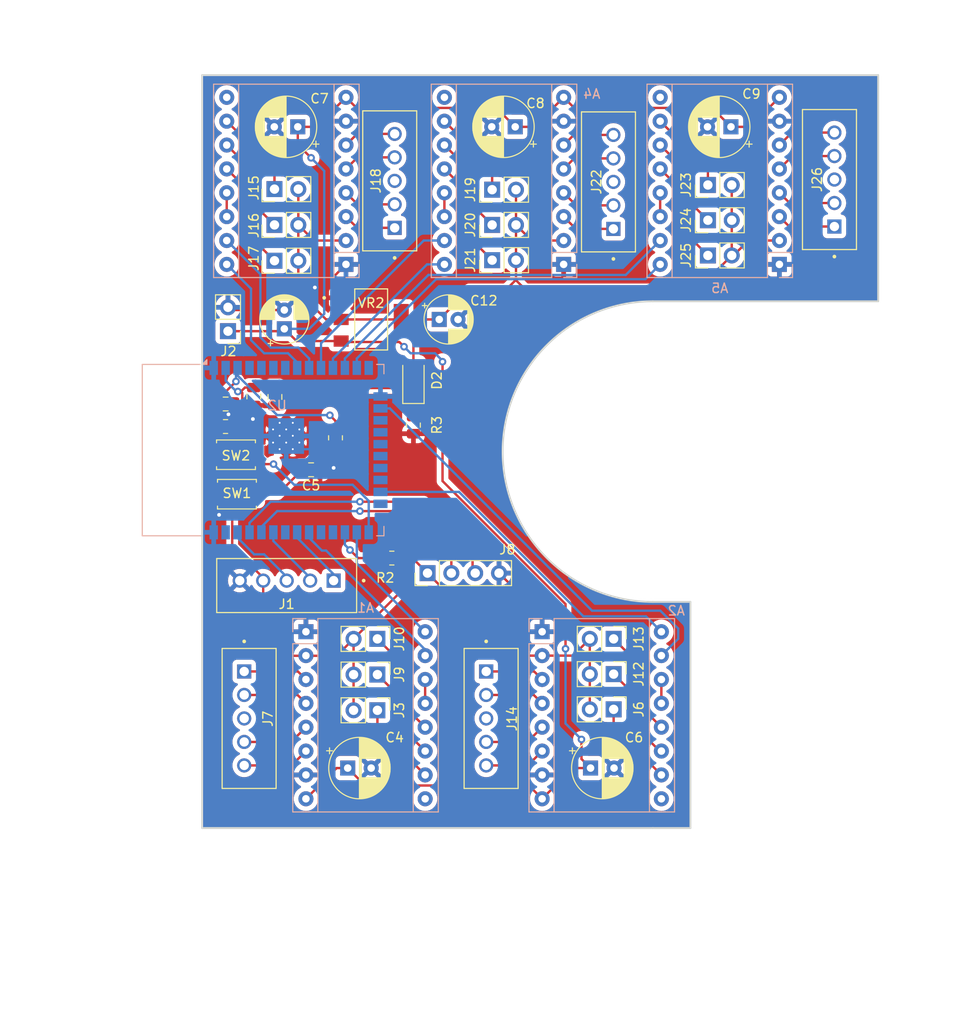
<source format=kicad_pcb>
(kicad_pcb (version 20240108) (generator "pcbnew") (generator_version "8.0")
  (layers (0 "F.Cu" signal) (31 "B.Cu" signal) (34 "B.Paste" user) (35 "F.Paste" user) (36 "B.SilkS" user "B.Silkscreen") (37 "F.SilkS" user "F.Silkscreen") (38 "B.Mask" user) (39 "F.Mask" user) (44 "Edge.Cuts" user))
  (net 0 "")
  (net 1 "GND")
  (net 2 "+3.3V")
  (net 3 "Net-(A1-1B)")
  (net 4 "Net-(A1-1A)")
  (net 5 "Net-(A1-2A)")
  (net 6 "Net-(A1-2B)")
  (net 7 "+12V")
  (net 9 "Net-(A1-MS1)")
  (net 10 "Net-(A1-MS2)")
  (net 11 "Net-(A1-MS3)")
  (net 12 "Net-(A1-~{RESET})")
  (net 13 "motor1Dir")
  (net 14 "motor1Step")
  (net 15 "Net-(D2-K)")
  (net 16 "colorSensorLed")
  (net 17 "SDA")
  (net 18 "SCL")
  (net 19 "RX")
  (net 20 "TX")
  (net 21 "motor4Step")
  (net 22 "motor5Step")
  (net 23 "motor3Step")
  (net 24 "motor2Step")
  (net 25 "motor4Dir")
  (net 26 "motor3Dir")
  (net 27 "motor2Dir")
  (net 28 "motor5Dir")
  (net 32 "Net-(C5-Pad2)")
  (net 44 "Net-(A2-MS1)")
  (net 46 "Net-(A2-2A)")
  (net 47 "Net-(A2-MS2)")
  (net 48 "Net-(A2-MS3)")
  (net 49 "Net-(A2-~{RESET})")
  (net 50 "Net-(A2-1A)")
  (net 51 "Net-(A2-1B)")
  (net 52 "Net-(A2-2B)")
  (net 53 "Net-(A3-~{RESET})")
  (net 54 "Net-(A3-1B)")
  (net 55 "Net-(A3-1A)")
  (net 56 "Net-(A3-2B)")
  (net 57 "Net-(A3-MS2)")
  (net 59 "Net-(A3-MS3)")
  (net 60 "Net-(A3-MS1)")
  (net 61 "Net-(A3-2A)")
  (net 62 "Net-(A4-2B)")
  (net 63 "Net-(A4-MS2)")
  (net 65 "Net-(A4-1B)")
  (net 66 "Net-(A4-~{RESET})")
  (net 67 "Net-(A4-MS3)")
  (net 68 "Net-(A4-2A)")
  (net 69 "Net-(A4-1A)")
  (net 70 "Net-(A4-MS1)")
  (net 71 "Net-(A5-2B)")
  (net 72 "Net-(A5-~{RESET})")
  (net 73 "Net-(A5-MS1)")
  (net 74 "Net-(A5-MS3)")
  (net 76 "Net-(A5-1A)")
  (net 77 "Net-(A5-MS2)")
  (net 78 "Net-(A5-2A)")
  (net 79 "Net-(A5-1B)")
  (net 80 "EN")
  (net 81 "boot")
  (net 86 "Net-(U2-IO16)")
  (footprint "CustomParts:JST_B5B-XH-A_LF__SN_" (layer "F.Cu") (at 51.561785 83.258816 -90)
    (property "Reference" "J14")
    (property "Value" "Motor2")
  )
  (footprint "CustomParts:JST_B5B-XH-A_LF__SN_" (layer "F.Cu") (at 29.786785 69.115658 180)
    (property "Reference" "J1")
    (property "Value" "colorSensor")
  )
  (footprint "Connector_PinHeader_2.54mm:PinHeader_1x02_P2.54mm_Vertical" (layer "F.Cu") (at 74.652785 26.480658 90)
    (property "Reference" "J23")
    (property "Value" "MS1")
  )
  (footprint "Resistor_SMD:R_0805_2012Metric" (layer "F.Cu") (at 43.286785 52.040658 -90)
    (property "Reference" "R3")
    (property "Value" "220Ohm" (hide yes))
  )
  (footprint "CustomParts:JST_B5B-XH-A_LF__SN_" (layer "F.Cu") (at 64.061785 26.150658 90)
    (property "Reference" "J22")
    (property "Value" "Motor4")
  )
  (footprint "Capacitor_SMD:C_0805_2012Metric" (layer "F.Cu") (at 23.286785 49.790658)
    (property "Reference" "C3" (hide yes))
    (property "Value" "0.1uF" (hide yes))
  )
  (footprint "CustomParts:JST_B5B-XH-A_LF__SN_" (layer "F.Cu") (at 25.786785 83.258816 -90)
    (property "Reference" "J7")
    (property "Value" "Motor1")
  )
  (footprint "Connector_PinHeader_2.54mm:PinHeader_1x02_P2.54mm_Vertical" (layer "F.Cu") (at 64.611785 82.290658 -90)
    (property "Reference" "J6")
    (property "Value" "MS1")
  )
  (footprint "Connector_PinHeader_2.54mm:PinHeader_1x02_P2.54mm_Vertical" (layer "F.Cu") (at 39.451785 82.390658 -90)
    (property "Reference" "J3")
    (property "Value" "MS1")
  )
  (footprint "Connector_PinHeader_2.54mm:PinHeader_1x02_P2.54mm_Vertical" (layer "F.Cu") (at 51.671785 26.980658 90)
    (property "Reference" "J19")
    (property "Value" "MS1" (hide yes))
  )
  (footprint "Connector_PinHeader_2.54mm:PinHeader_1x02_P2.54mm_Vertical" (layer "F.Cu") (at 23.536785 42.040658 180)
    (property "Reference" "J2")
    (property "Value" "power")
  )
  (footprint "Capacitor_THT:CP_Radial_D6.3mm_P2.50mm" (layer "F.Cu") (at 62.154406 88.540658)
    (property "Reference" "C6")
    (property "Value" "100uF")
  )
  (footprint "Connector_PinHeader_2.54mm:PinHeader_1x02_P2.54mm_Vertical" (layer "F.Cu") (at 28.486785 26.920658 90)
    (property "Reference" "J15")
    (property "Value" "MS1")
  )
  (footprint "Capacitor_THT:CP_Radial_D6.3mm_P2.50mm" (layer "F.Cu") (at 30.969165 20.290658 180)
    (property "Reference" "C7")
    (property "Value" "100uF")
  )
  (footprint "CustomParts:VREG_TS1117BCW33_RPG" (layer "F.Cu") (at 38.786785 40.790658)
    (property "Reference" "VR2")
    (property "Value" "TS1117BCW33_RPG" (hide yes))
  )
  (footprint "Capacitor_SMD:C_0805_2012Metric" (layer "F.Cu") (at 26.286785 48.990658 -90)
    (property "Reference" "C2" (hide yes))
    (property "Value" "0.1uF" (hide yes))
  )
  (footprint "Capacitor_THT:CP_Radial_D6.3mm_P2.50mm" (layer "F.Cu") (at 54.129165 20.290658 180)
    (property "Reference" "C8")
    (property "Value" "100uF" (hide yes))
  )
  (footprint "Connector_PinHeader_2.54mm:PinHeader_1x02_P2.54mm_Vertical" (layer "F.Cu") (at 51.671785 34.480658 90)
    (property "Reference" "J21")
    (property "Value" "MS3")
  )
  (footprint "LED_SMD:LED_1206_3216Metric_Pad1.42x1.75mm_HandSolder" (layer "F.Cu") (at 43.286785 47.278158 90)
    (property "Reference" "D2")
    (property "Value" "LED")
  )
  (footprint "Connector_PinHeader_2.54mm:PinHeader_1x02_P2.54mm_Vertical" (layer "F.Cu") (at 74.652785 30.230658 90)
    (property "Reference" "J24")
    (property "Value" "MS2")
  )
  (footprint "Capacitor_THT:CP_Radial_D5.0mm_P2.00mm" (layer "F.Cu") (at 46.036785 40.790658)
    (property "Reference" "C12")
    (property "Value" "10uF")
  )
  (footprint "Connector_PinHeader_2.54mm:PinHeader_1x02_P2.54mm_Vertical" (layer "F.Cu") (at 51.671785 30.730658 90)
    (property "Reference" "J20")
    (property "Value" "MS2")
  )
  (footprint "CustomParts:JST_B5B-XH-A_LF__SN_" (layer "F.Cu") (at 40.761785 26.040658 90)
    (property "Reference" "J18")
    (property "Value" "Motor3")
  )
  (footprint "Connector_PinHeader_2.54mm:PinHeader_1x04_P2.54mm_Vertical" (layer "F.Cu") (at 44.786785 67.790658 90)
    (property "Reference" "J8")
    (property "Value" "Uart")
  )
  (footprint "Connector_PinHeader_2.54mm:PinHeader_1x02_P2.54mm_Vertical" (layer "F.Cu") (at 64.611785 74.790658 -90)
    (property "Reference" "J13")
    (property "Value" "MS3")
  )
  (footprint "Button_Switch_SMD:SW_Push_SPST_NO_Alps_SKRK" (layer "F.Cu") (at 24.386785 55.190658 180)
    (property "Reference" "SW2")
    (property "Value" "flash")
  )
  (footprint "Capacitor_THT:CP_Radial_D5.0mm_P2.00mm" (layer "F.Cu") (at 29.536785 41.790658 90)
    (property "Reference" "C11" (hide yes))
    (property "Value" "10uF")
  )
  (footprint "Connector_PinHeader_2.54mm:PinHeader_1x02_P2.54mm_Vertical" (layer "F.Cu") (at 39.451785 78.590658 -90)
    (property "Reference" "J9")
    (property "Value" "MS2")
  )
  (footprint "Capacitor_THT:CP_Radial_D6.3mm_P2.50mm" (layer "F.Cu") (at 77.110165 20.290658 180)
    (property "Reference" "C9")
    (property "Value" "100uF")
  )
  (footprint "Capacitor_SMD:C_0805_2012Metric" (layer "F.Cu") (at 32.386785 56.790658 180)
    (property "Reference" "C5")
    (property "Value" "0.1uF" (hide yes))
  )
  (footprint "Capacitor_SMD:C_0805_2012Metric" (layer "F.Cu") (at 28.536785 49.040658 -90)
    (property "Reference" "C1" (hide yes))
    (property "Value" "22uF")
  )
  (footprint "Connector_PinHeader_2.54mm:PinHeader_1x02_P2.54mm_Vertical" (layer "F.Cu") (at 74.652785 33.980658 90)
    (property "Reference" "J25")
    (property "Value" "MS3")
  )
  (footprint "Resistor_SMD:R_0805_2012Metric" (layer "F.Cu") (at 23.274285 52.190658)
    (property "Reference" "R1" (hide yes))
    (property "Value" "10k" (hide yes))
  )
  (footprint "Connector_PinHeader_2.54mm:PinHeader_1x02_P2.54mm_Vertical" (layer "F.Cu") (at 64.611785 78.540658 -90)
    (property "Reference" "J12")
    (property "Value" "MS2")
  )
  (footprint "Capacitor_THT:CP_Radial_D6.3mm_P2.50mm" (layer "F.Cu") (at 36.286785 88.540658)
    (property "Reference" "C4")
    (property "Value" "100uF")
  )
  (footprint "CustomParts:JST_B5B-XH-A_LF__SN_" (layer "F.Cu") (at 87.601785 25.900658 90)
    (property "Reference" "J26")
    (property "Value" "Motor5")
  )
  (footprint "Button_Switch_SMD:SW_Push_SPST_NO_Alps_SKRK" (layer "F.Cu") (at 24.486785 59.390658)
    (property "Reference" "SW1")
    (property "Value" "reset")
  )
  (footprint "Connector_PinHeader_2.54mm:PinHeader_1x02_P2.54mm_Vertical" (layer "F.Cu") (at 39.451785 74.790658 -90)
    (property "Reference" "J10")
    (property "Value" "MS3")
  )
  (footprint "Resistor_SMD:R_0805_2012Metric" (layer "F.Cu") (at 40.986785 66.190658 180)
    (property "Reference" "R2")
    (property "Value" "10k")
  )
  (footprint "Resistor_SMD:R_0805_2012Metric" (layer "F.Cu") (at 34.986785 53.390658 -90)
    (property "Reference" "R4" (hide yes))
    (property "Value" "0")
  )
  (footprint "Connector_PinHeader_2.54mm:PinHeader_1x02_P2.54mm_Vertical" (layer "F.Cu") (at 28.486785 34.540658 90)
    (property "Reference" "J17")
    (property "Value" "MS3")
  )
  (footprint "Connector_PinHeader_2.54mm:PinHeader_1x02_P2.54mm_Vertical" (layer "F.Cu") (at 28.486785 30.730658 90)
    (property "Reference" "J16")
    (property "Value" "MS2")
  )
  (footprint "RF_Module:ESP32-WROOM-32D" (layer "B.Cu") (at 30.266785 54.698107 -90)
    (property "Reference" "U2")
    (property "Value" "ESP32-WROOM-32E")
  )
  (footprint "CustomParts:A4988Mirrored" (layer "B.Cu") (at 46.586785 34.930658)
    (property "Reference" "A4")
    (property "Value" "Pololu_Breakout_A4988" (hide yes))
  )
  (footprint "CustomParts:A4988Mirrored" (layer "B.Cu") (at 23.401785 34.930658)
    (property "Reference" "A3" (hide yes))
    (property "Value" "Pololu_Breakout_A4988" (hide yes))
  )
  (footprint "CustomParts:A4988Mirrored" (layer "B.Cu") (at 69.696785 74.031316 180)
    (property "Reference" "A2")
    (property "Value" "Pololu_Breakout_A4988" (hide yes))
  )
  (footprint "CustomParts:A4988Mirrored" (layer "B.Cu") (at 44.536785 74.031316 180)
    (property "Reference" "A1")
    (property "Value" "Pololu_Breakout_A4988" (hide yes))
  )
  (footprint "CustomParts:A4988Mirrored" (layer "B.Cu") (at 69.567785 34.930658)
    (property "Reference" "A5")
    (property "Value" "Pololu_Breakout_A4988" (hide yes))
  )
  (gr_line (start 68.786785 38.855658) (end 92.786785 38.855658) (stroke (width 0.2)) (layer "Edge.Cuts"))
  (gr_line (start 20.786785 14.790658) (end 72.786785 14.790658) (stroke (width 0.2)) (layer "Edge.Cuts"))
  (gr_line (start 68.786785 70.855658) (end 72.786785 70.855658) (stroke (width 0.2)) (layer "Edge.Cuts"))
  (gr_line (start 72.786785 94.920658) (end 68.786785 94.920658) (stroke (width 0.2)) (layer "Edge.Cuts"))
  (gr_arc (start 68.786785 70.855658) (mid 52.786785 54.855658) (end 68.786785 38.855658) (stroke (width 0.2)) (layer "Edge.Cuts"))
  (gr_line (start 72.786785 14.790658) (end 92.786785 14.790658) (stroke (width 0.2)) (layer "Edge.Cuts"))
  (gr_line (start 72.786785 70.855658) (end 72.786785 94.920658) (stroke (width 0.2)) (layer "Edge.Cuts"))
  (gr_line (start 92.786785 14.790658) (end 92.786785 38.855658) (stroke (width 0.2)) (layer "Edge.Cuts"))
  (gr_line (start 68.786785 94.920658) (end 20.786785 94.920658) (stroke (width 0.2)) (layer "Edge.Cuts"))
  (gr_line (start 20.786785 94.920658) (end 20.786785 14.790658) (stroke (width 0.2)) (layer "Edge.Cuts"))
  (segment (start 22.386785 61.390658) (end 22.586785 61.590658) (width 0.25) (layer "F.Cu") (net 1))
  (segment (start 28.486785 49.940658) (end 28.536785 49.990658) (width 0.25) (layer "F.Cu") (net 1))
  (segment (start 43.286785 52.953158) (end 38.424285 52.953158) (width 0.25) (layer "F.Cu") (net 1))
  (segment (start 22.286785 55.190658) (end 22.286785 59.290658) (width 0.25) (layer "F.Cu") (net 1))
  (segment (start 22.386785 59.390658) (end 22.386785 61.390658) (width 0.25) (layer "F.Cu") (net 1))
  (segment (start 22.286785 59.290658) (end 22.386785 59.390658) (width 0.25) (layer "F.Cu") (net 1))
  (segment (start 36.101785 34.930658) (end 33.641785 37.390658) (width 0.25) (layer "F.Cu") (net 1))
  (segment (start 34.586785 56.790658) (end 34.786785 56.590658) (width 0.25) (layer "F.Cu") (net 1))
  (segment (start 56.996785 72.380658) (end 52.406785 67.790658) (width 0.25) (layer "F.Cu") (net 1))
  (segment (start 36.101785 34.930658) (end 36.101785 37.975658) (width 0.25) (layer "F.Cu") (net 1))
  (segment (start 36.101785 37.975658) (end 35.586785 38.490658) (width 0.25) (layer "F.Cu") (net 1))
  (segment (start 24.236785 49.39066) (end 24.236785 50.315658) (width 0.25) (layer "F.Cu") (net 1))
  (segment (start 56.996785 74.031316) (end 56.996785 72.380658) (width 0.25) (layer "F.Cu") (net 1))
  (segment (start 23.586785 50.890658) (end 23.586785 50.440658) (width 0.25) (layer "F.Cu") (net 1))
  (segment (start 33.641785 37.390658) (end 32.786785 37.390658) (width 0.25) (layer "F.Cu") (net 1))
  (segment (start 23.586785 50.440658) (end 24.236785 49.790658) (width 0.25) (layer "F.Cu") (net 1))
  (segment (start 38.424285 52.953158) (end 34.786785 56.590658) (width 0.25) (layer "F.Cu") (net 1))
  (segment (start 26.286785 49.940658) (end 28.486785 49.940658) (width 0.25) (layer "F.Cu") (net 1))
  (segment (start 33.336785 56.790658) (end 34.586785 56.790658) (width 0.25) (layer "F.Cu") (net 1))
  (segment (start 26.186785 51.390658) (end 26.186785 50.040658) (width 0.25) (layer "F.Cu") (net 1))
  (segment (start 23.826785 39.790658) (end 23.536785 39.500658) (width 0.25) (layer "F.Cu") (net 1))
  (segment (start 26.186785 50.040658) (end 26.286785 49.940658) (width 0.25) (layer "F.Cu") (net 1))
  (segment (start 29.536785 39.790658) (end 23.826785 39.790658) (width 0.25) (layer "F.Cu") (net 1))
  (via (at 26.186785 51.390658) (size 0.8) (drill 0.4) (layers "F.Cu" "B.Cu") (net 1))
  (via (at 22.586785 61.590658) (size 0.8) (drill 0.4) (layers "F.Cu" "B.Cu") (net 1))
  (via (at 23.586785 50.890658) (size 0.8) (drill 0.4) (layers "F.Cu" "B.Cu") (net 1))
  (via (at 34.786785 56.590658) (size 0.8) (drill 0.4) (layers "F.Cu" "B.Cu") (net 1))
  (via (at 32.786785 37.390658) (size 0.8) (drill 0.4) (layers "F.Cu" "B.Cu") (net 1))
  (segment (start 23.586785 50.890658) (end 25.486785 50.890658) (width 0.25) (layer "B.Cu") (net 1))
  (segment (start 22.586785 61.590658) (end 22.016785 62.160658) (width 0.25) (layer "B.Cu") (net 1))
  (segment (start 32.786785 37.390658) (end 31.936785 37.390658) (width 0.25) (layer "B.Cu") (net 1))
  (segment (start 23.586785 50.890658) (end 22.016785 49.320658) (width 0.25) (layer "B.Cu") (net 1))
  (segment (start 22.016785 49.320658) (end 22.016785 45.948107) (width 0.25) (layer "B.Cu") (net 1))
  (segment (start 25.986785 51.390658) (end 26.186785 51.390658) (width 0.25) (layer "B.Cu") (net 1))
  (segment (start 34.786785 55.990658) (end 33.394234 54.598107) (width 0.25) (layer "B.Cu") (net 1))
  (segment (start 25.486785 50.890658) (end 25.986785 51.390658) (width 0.25) (layer "B.Cu") (net 1))
  (segment (start 31.936785 37.390658) (end 29.536785 39.790658) (width 0.25) (layer "B.Cu") (net 1))
  (segment (start 34.786785 56.590658) (end 34.786785 55.990658) (width 0.25) (layer "B.Cu") (net 1))
  (segment (start 33.394234 54.598107) (end 31.136785 54.598107) (width 0.25) (layer "B.Cu") (net 1))
  (segment (start 22.016785 62.160658) (end 22.016785 63.448107) (width 0.25) (layer "B.Cu") (net 1))
  (segment (start 24.386785 52.390658) (end 24.199285 52.203158) (width 0.25) (layer "F.Cu") (net 2))
  (segment (start 35.111785 76.590658) (end 31.856127 76.590658) (width 0.25) (layer "F.Cu") (net 2))
  (segment (start 36.101785 32.390658) (end 32.686785 32.390658) (width 0.25) (layer "F.Cu") (net 2))
  (segment (start 31.026785 37.830658) (end 31.026785 34.540658) (width 0.25) (layer "F.Cu") (net 2))
  (segment (start 24.186785 52.190658) (end 23.986785 52.390658) (width 0.25) (layer "F.Cu") (net 2))
  (segment (start 27.286785 73.690658) (end 30.186785 76.590658) (width 0.25) (layer "F.Cu") (net 2))
  (segment (start 23.986785 52.390658) (end 23.986785 64.990658) (width 0.25) (layer "F.Cu") (net 2))
  (segment (start 77.192785 33.980658) (end 77.376785 33.980658) (width 0.25) (layer "F.Cu") (net 2))
  (segment (start 43.286785 42.090658) (end 41.986785 40.790658) (width 0.25) (layer "F.Cu") (net 2))
  (segment (start 56.996785 76.571316) (end 60.291127 76.571316) (width 0.25) (layer "F.Cu") (net 2))
  (segment (start 59.286785 32.390658) (end 55.871785 32.390658) (width 0.25) (layer "F.Cu") (net 2))
  (segment (start 36.911785 74.790658) (end 35.111785 76.590658) (width 0.25) (layer "F.Cu") (net 2))
  (segment (start 27.286785 68.290658) (end 27.286785 73.690658) (width 0.25) (layer "F.Cu") (net 2))
  (segment (start 23.986785 64.990658) (end 27.286785 68.290658) (width 0.25) (layer "F.Cu") (net 2))
  (segment (start 44.586785 40.790658) (end 43.286785 42.090658) (width 0.25) (layer "F.Cu") (net 2))
  (segment (start 26.286785 48.040658) (end 28.486785 48.040658) (width 0.25) (layer "F.Cu") (net 2))
  (segment (start 41.899285 66.190658) (end 41.899285 69.803158) (width 0.25) (layer "F.Cu") (net 2))
  (segment (start 25.336785 48.040658) (end 26.286785 48.040658) (width 0.25) (layer "F.Cu") (net 2))
  (segment (start 46.036785 40.790658) (end 44.586785 40.790658) (width 0.25) (layer "F.Cu") (net 2))
  (segment (start 24.586785 48.465659) (end 24.911784 48.465659) (width 0.25) (layer "F.Cu") (net 2))
  (segment (start 54.211785 26.980658) (end 54.211785 30.730658) (width 0.25) (layer "F.Cu") (net 2))
  (segment (start 35.586785 40.790658) (end 41.986785 40.790658) (width 0.25) (layer "F.Cu") (net 2))
  (segment (start 43.186785 66.190658) (end 44.786785 67.790658) (width 0.25) (layer "F.Cu") (net 2))
  (segment (start 36.911785 78.590658) (end 36.911785 74.790658) (width 0.25) (layer "F.Cu") (net 2))
  (segment (start 78.966785 32.390658) (end 82.267785 32.390658) (width 0.25) (layer "F.Cu") (net 2))
  (segment (start 25.061785 48.61566) (end 24.911784 48.465659) (width 0.25) (layer "F.Cu") (net 2))
  (segment (start 31.026785 26.920658) (end 31.026785 30.730658) (width 0.25) (layer "F.Cu") (net 2))
  (segment (start 55.871785 32.390658) (end 54.211785 30.730658) (width 0.25) (layer "F.Cu") (net 2))
  (segment (start 73.582785 37.590658) (end 55.186785 37.590658) (width 0.25) (layer "F.Cu") (net 2))
  (segment (start 41.899285 66.190658) (end 43.186785 66.190658) (width 0.25) (layer "F.Cu") (net 2))
  (segment (start 36.911785 82.390658) (end 36.911785 78.590658) (width 0.25) (layer "F.Cu") (net 2))
  (segment (start 54.211785 34.480658) (end 54.211785 36.565658) (width 0.25) (layer "F.Cu") (net 2))
  (segment (start 35.586785 40.790658) (end 33.986785 40.790658) (width 0.25) (layer "F.Cu") (net 2))
  (segment (start 77.376785 33.980658) (end 78.966785 32.390658) (width 0.25) (layer "F.Cu") (net 2))
  (segment (start 77.192785 30.230658) (end 77.192785 33.980658) (width 0.25) (layer "F.Cu") (net 2))
  (segment (start 25.061785 51.315658) (end 25.061785 48.61566) (width 0.25) (layer "F.Cu") (net 2))
  (segment (start 33.986785 40.790658) (end 31.026785 37.830658) (width 0.25) (layer "F.Cu") (net 2))
  (segment (start 43.286785 45.790658) (end 43.286785 42.090658) (width 0.25) (layer "F.Cu") (net 2))
  (segment (start 77.192785 33.980658) (end 73.582785 37.590658) (width 0.25) (layer "F.Cu") (net 2))
  (segment (start 53.567443 76.571316) (end 44.786785 67.790658) (width 0.25) (layer "F.Cu") (net 2))
  (segment (start 31.817443 76.590658) (end 31.836785 76.571316) (width 0.25) (layer "F.Cu") (net 2))
  (segment (start 56.996785 76.571316) (end 53.567443 76.571316) (width 0.25) (layer "F.Cu") (net 2))
  (segment (start 41.899285 69.803158) (end 36.911785 74.790658) (width 0.25) (layer "F.Cu") (net 2))
  (segment (start 31.856127 76.590658) (end 31.836785 76.571316) (width 0.25) (layer "F.Cu") (net 2))
  (segment (start 30.186785 76.590658) (end 31.817443 76.590658) (width 0.25) (layer "F.Cu") (net 2))
  (segment (start 43.286785 45.790658) (end 40.986785 48.090658) (width 0.25) (layer "F.Cu") (net 2))
  (segment (start 77.192785 26.480658) (end 77.192785 30.230658) (width 0.25) (layer "F.Cu") (net 2))
  (segment (start 24.911784 48.465659) (end 25.336785 48.040658) (width 0.25) (layer "F.Cu") (net 2))
  (segment (start 53.186785 37.590658) (end 49.236785 37.590658) (width 0.25) (layer "F.Cu") (net 2))
  (segment (start 62.071785 74.790658) (end 62.071785 78.540658) (width 0.25) (layer "F.Cu") (net 2))
  (segment (start 49.236785 37.590658) (end 46.036785 40.790658) (width 0.25) (layer "F.Cu") (net 2))
  (segment (start 54.211785 30.730658) (end 54.211785 34.480658) (width 0.25) (layer "F.Cu") (net 2))
  (segment (start 54.211785 36.565658) (end 53.186785 37.590658) (width 0.25) (layer "F.Cu") (net 2))
  (segment (start 40.986785 48.090658) (end 28.536785 48.090658) (width 0.25) (layer "F.Cu") (net 2))
  (segment (start 60.291127 76.571316) (end 62.071785 74.790658) (width 0.25) (layer "F.Cu") (net 2))
  (segment (start 28.486785 48.040658) (end 28.536785 48.090658) (width 0.25) (layer "F.Cu") (net 2))
  (segment (start 24.186785 52.190658) (end 25.061785 51.315658) (width 0.25) (layer "F.Cu") (net 2))
  (segment (start 62.071785 78.540658) (end 62.071785 82.290658) (width 0.25) (layer "F.Cu") (net 2))
  (segment (start 31.026785 34.540658) (end 31.026785 30.730658) (width 0.25) (layer "F.Cu") (net 2))
  (segment (start 32.686785 32.390658) (end 31.026785 30.730658) (width 0.25) (layer "F.Cu") (net 2))
  (segment (start 55.186785 37.590658) (end 54.186785 36.590658) (width 0.25) (layer "F.Cu") (net 2))
  (via (at 24.586785 48.465659) (size 0.8) (drill 0.4) (layers "F.Cu" "B.Cu") (net 2))
  (segment (start 24.586785 48.465659) (end 24.436481 48.465659) (width 0.25) (layer "B.Cu") (net 2))
  (segment (start 23.286785 47.315963) (end 23.286785 45.948107) (width 0.25) (layer "B.Cu") (net 2))
  (segment (start 24.436481 48.465659) (end 23.286785 47.315963) (width 0.25) (layer "B.Cu") (net 2))
  (segment (start 30.984285 78.258816) (end 31.836785 79.111316) (width 0.25) (layer "F.Cu") (net 3))
  (segment (start 25.261785 78.258816) (end 30.984285 78.258816) (width 0.25) (layer "F.Cu") (net 3))
  (segment (start 25.261785 80.758816) (end 30.944285 80.758816) (width 0.25) (layer "F.Cu") (net 4))
  (segment (start 30.944285 80.758816) (end 31.836785 81.651316) (width 0.25) (layer "F.Cu") (net 4))
  (segment (start 25.261785 85.758816) (end 30.269285 85.758816) (width 0.25) (layer "F.Cu") (net 5))
  (segment (start 30.269285 85.758816) (end 31.836785 84.191316) (width 0.25) (layer "F.Cu") (net 5))
  (segment (start 25.261785 88.258816) (end 30.309285 88.258816) (width 0.25) (layer "F.Cu") (net 6))
  (segment (start 30.309285 88.258816) (end 31.836785 86.731316) (width 0.25) (layer "F.Cu") (net 6))
  (segment (start 54.129165 20.290658) (end 56.146785 20.290658) (width 0.25) (layer "F.Cu") (net 7))
  (segment (start 30.836785 43.090658) (end 29.536785 41.790658) (width 0.25) (layer "F.Cu") (net 7))
  (segment (start 35.586785 43.090658) (end 30.836785 43.090658) (width 0.25) (layer "F.Cu") (net 7))
  (segment (start 60.411785 18.275658) (end 59.286785 17.150658) (width 0.25) (layer "F.Cu") (net 7))
  (segment (start 61.186785 85.490658) (end 61.186785 87.573037) (width 0.25) (layer "F.Cu") (net 7))
  (segment (start 32.961785 20.290658) (end 36.101785 17.150658) (width 0.25) (layer "F.Cu") (net 7))
  (segment (start 30.969165 20.290658) (end 32.961785 20.290658) (width 0.25) (layer "F.Cu") (net 7))
  (segment (start 56.146785 20.290658) (end 59.286785 17.150658) (width 0.25) (layer "F.Cu") (net 7))
  (segment (start 46.386785 45.290658) (end 46.386785 57.990658) (width 0.25) (layer "F.Cu") (net 7))
  (segment (start 30.969165 22.173038) (end 32.386785 23.590658) (width 0.25) (layer "F.Cu") (net 7))
  (segment (start 37.226785 18.275658) (end 36.101785 17.150658) (width 0.25) (layer "F.Cu") (net 7))
  (segment (start 55.581785 90.396316) (end 38.142443 90.396316) (width 0.25) (layer "F.Cu") (net 7))
  (segment (start 41.786785 43.190658) (end 42.286785 43.690658) (width 0.25) (layer "F.Cu") (net 7))
  (segment (start 59.486785 71.090658) (end 59.486785 75.846316) (width 0.25) (layer "F.Cu") (net 7))
  (segment (start 35.686785 43.190658) (end 35.586785 43.090658) (width 0.25) (layer "F.Cu") (net 7))
  (segment (start 56.996785 91.811316) (end 55.581785 90.396316) (width 0.25) (layer "F.Cu") (net 7))
  (segment (start 41.786785 43.190658) (end 35.686785 43.190658) (width 0.25) (layer "F.Cu") (net 7))
  (segment (start 36.286785 88.540658) (end 35.107443 88.540658) (width 0.25) (layer "F.Cu") (net 7))
  (segment (start 38.142443 90.396316) (end 36.286785 88.540658) (width 0.25) (layer "F.Cu") (net 7))
  (segment (start 62.154406 88.540658) (end 60.267443 88.540658) (width 0.25) (layer "F.Cu") (net 7))
  (segment (start 30.969165 20.290658) (end 30.969165 22.173038) (width 0.25) (layer "F.Cu") (net 7))
  (segment (start 77.110165 20.290658) (end 79.127785 20.290658) (width 0.25) (layer "F.Cu") (net 7))
  (segment (start 52.114165 18.275658) (end 37.226785 18.275658) (width 0.25) (layer "F.Cu") (net 7))
  (segment (start 75.095165 18.275658) (end 60.411785 18.275658) (width 0.25) (layer "F.Cu") (net 7))
  (segment (start 35.107443 88.540658) (end 31.836785 91.811316) (width 0.25) (layer "F.Cu") (net 7))
  (segment (start 29.286785 42.040658) (end 29.536785 41.790658) (width 0.25) (layer "F.Cu") (net 7))
  (segment (start 60.267443 88.540658) (end 56.996785 91.811316) (width 0.25) (layer "F.Cu") (net 7))
  (segment (start 23.536785 42.040658) (end 29.286785 42.040658) (width 0.25) (layer "F.Cu") (net 7))
  (segment (start 61.186785 87.573037) (end 62.154406 88.540658) (width 0.25) (layer "F.Cu") (net 7))
  (segment (start 79.127785 20.290658) (end 82.267785 17.150658) (width 0.25) (layer "F.Cu") (net 7))
  (segment (start 77.110165 20.290658) (end 75.095165 18.275658) (width 0.25) (layer "F.Cu") (net 7))
  (segment (start 46.386785 57.990658) (end 59.486785 71.090658) (width 0.25) (layer "F.Cu") (net 7))
  (segment (start 54.129165 20.290658) (end 52.114165 18.275658) (width 0.25) (layer "F.Cu") (net 7))
  (via (at 46.386785 45.290658) (size 0.8) (drill 0.4) (layers "F.Cu" "B.Cu") (net 7))
  (via (at 59.486785 75.846316) (size 0.8) (drill 0.4) (layers "F.Cu" "B.Cu") (net 7))
  (via (at 32.386785 23.590658) (size 0.8) (drill 0.4) (layers "F.Cu" "B.Cu") (net 7))
  (via (at 61.186785 85.490658) (size 0.8) (drill 0.4) (layers "F.Cu" "B.Cu") (net 7))
  (via (at 42.286785 43.690658) (size 0.8) (drill 0.4) (layers "F.Cu" "B.Cu") (net 7))
  (segment (start 42.286785 43.690658) (end 42.986785 44.390658) (width 0.25) (layer "B.Cu") (net 7))
  (segment (start 45.586785 44.390658) (end 46.386785 45.190658) (width 0.25) (layer "B.Cu") (net 7))
  (segment (start 61.186785 85.490658) (end 59.486785 83.790658) (width 0.25) (layer "B.Cu") (net 7))
  (segment (start 32.186785 41.790658) (end 29.536785 41.790658) (width 0.25) (layer "B.Cu") (net 7))
  (segment (start 33.786785 40.190658) (end 32.186785 41.790658) (width 0.25) (layer "B.Cu") (net 7))
  (segment (start 33.786785 24.990658) (end 33.786785 40.190658) (width 0.25) (layer "B.Cu") (net 7))
  (segment (start 42.986785 44.390658) (end 45.586785 44.390658) (width 0.25) (layer "B.Cu") (net 7))
  (segment (start 32.386785 23.590658) (end 33.786785 24.990658) (width 0.25) (layer "B.Cu") (net 7))
  (segment (start 59.486785 83.790658) (end 59.486785 75.846316) (width 0.25) (layer "B.Cu") (net 7))
  (segment (start 46.386785 45.190658) (end 46.386785 45.290658) (width 0.25) (layer "B.Cu") (net 7))
  (segment (start 39.451785 82.390658) (end 39.451785 84.186316) (width 0.25) (layer "F.Cu") (net 9))
  (segment (start 39.451785 84.186316) (end 44.536785 89.271316) (width 0.25) (layer "F.Cu") (net 9))
  (segment (start 41.186785 80.325658) (end 39.451785 78.590658) (width 0.25) (layer "F.Cu") (net 10))
  (segment (start 44.536785 86.731316) (end 41.186785 83.381316) (width 0.25) (layer "F.Cu") (net 10))
  (segment (start 41.186785 83.381316) (end 41.186785 80.325658) (width 0.25) (layer "F.Cu") (net 10))
  (segment (start 41.986785 77.325658) (end 41.986785 81.641316) (width 0.25) (layer "F.Cu") (net 11))
  (segment (start 39.451785 74.790658) (end 41.986785 77.325658) (width 0.25) (layer "F.Cu") (net 11))
  (segment (start 41.986785 81.641316) (end 44.536785 84.191316) (width 0.25) (layer "F.Cu") (net 11))
  (segment (start 44.536785 79.111316) (end 44.536785 81.651316) (width 0.25) (layer "F.Cu") (net 12))
  (segment (start 44.527443 74.031316) (end 44.536785 74.031316) (width 0.25) (layer "B.Cu") (net 13))
  (segment (start 37.256785 63.448107) (end 37.256785 66.760658) (width 0.25) (layer "B.Cu") (net 13))
  (segment (start 37.256785 66.760658) (end 44.527443 74.031316) (width 0.25) (layer "B.Cu") (net 13))
  (segment (start 44.536785 75.940658) (end 44.536785 76.571316) (width 0.25) (layer "B.Cu") (net 14))
  (segment (start 33.986785 65.390658) (end 44.536785 75.940658) (width 0.25) (layer "B.Cu") (net 14))
  (segment (start 32.176785 63.448107) (end 32.176785 64.028107) (width 0.25) (layer "B.Cu") (net 14))
  (segment (start 33.539336 65.390658) (end 33.986785 65.390658) (width 0.25) (layer "B.Cu") (net 14))
  (segment (start 32.176785 64.028107) (end 33.539336 65.390658) (width 0.25) (layer "B.Cu") (net 14))
  (segment (start 43.286785 48.765658) (end 43.286785 51.128158) (width 0.25) (layer "F.Cu") (net 15))
  (segment (start 34.786785 67.908107) (end 34.786785 68.290658) (width 0.25) (layer "B.Cu") (net 16))
  (segment (start 30.906785 63.448107) (end 30.906785 64.028107) (width 0.25) (layer "B.Cu") (net 16))
  (segment (start 30.906785 64.028107) (end 34.786785 67.908107) (width 0.25) (layer "B.Cu") (net 16))
  (segment (start 28.366785 63.448107) (end 28.366785 64.370658) (width 0.25) (layer "B.Cu") (net 17))
  (segment (start 32.286785 68.290658) (end 32.286785 68.590658) (width 0.25) (layer "B.Cu") (net 17))
  (segment (start 28.366785 64.370658) (end 32.286785 68.290658) (width 0.25) (layer "B.Cu") (net 17))
  (segment (start 24.556785 63.448107) (end 24.556785 64.028107) (width 0.25) (layer "B.Cu") (net 18))
  (segment (start 29.786785 68.190658) (end 29.786785 68.290658) (width 0.25) (layer "B.Cu") (net 18))
  (segment (start 27.386785 65.790658) (end 29.786785 68.190658) (width 0.25) (layer "B.Cu") (net 18))
  (segment (start 24.556785 64.028107) (end 26.319336 65.790658) (width 0.25) (layer "B.Cu") (net 18))
  (segment (start 26.319336 65.790658) (end 27.386785 65.790658) (width 0.25) (layer "B.Cu") (net 18))
  (segment (start 47.326785 64.530658) (end 47.326785 67.790658) (width 0.25) (layer "F.Cu") (net 19))
  (segment (start 37.586785 61.190658) (end 43.986785 61.190658) (width 0.25) (layer "F.Cu") (net 19))
  (segment (start 43.986785 61.190658) (end 47.326785 64.530658) (width 0.25) (layer "F.Cu") (net 19))
  (via (at 37.586785 61.190658) (size 0.8) (drill 0.4) (layers "F.Cu" "B.Cu") (net 19))
  (segment (start 27.096785 62.868107) (end 27.096785 63.448107) (width 0.25) (layer "B.Cu") (net 19))
  (segment (start 28.774234 61.190658) (end 27.096785 62.868107) (width 0.25) (layer "B.Cu") (net 19))
  (segment (start 37.586785 61.190658) (end 28.774234 61.190658) (width 0.25) (layer "B.Cu") (net 19))
  (segment (start 49.586785 65.390658) (end 49.586785 67.510658) (width 0.25) (layer "F.Cu") (net 20))
  (segment (start 44.386785 60.190658) (end 49.586785 65.390658) (width 0.25) (layer "F.Cu") (net 20))
  (segment (start 37.586785 60.190658) (end 44.386785 60.190658) (width 0.25) (layer "F.Cu") (net 20))
  (segment (start 49.586785 67.510658) (end 49.866785 67.790658) (width 0.25) (layer "F.Cu") (net 20))
  (via (at 37.586785 60.190658) (size 0.8) (drill 0.4) (layers "F.Cu" "B.Cu") (net 20))
  (segment (start 37.586785 60.190658) (end 28.084234 60.190658) (width 0.25) (layer "B.Cu") (net 20))
  (segment (start 28.084234 60.190658) (end 25.826785 62.448107) (width 0.25) (layer "B.Cu") (net 20))
  (segment (start 25.826785 62.448107) (end 25.826785 63.448107) (width 0.25) (layer "B.Cu") (net 20))
  (segment (start 44.386785 32.390658) (end 46.586785 32.390658) (width 0.25) (layer "B.Cu") (net 21))
  (segment (start 33.446785 45.948107) (end 33.446785 43.330658) (width 0.25) (layer "B.Cu") (net 21))
  (segment (start 33.446785 43.330658) (end 44.386785 32.390658) (width 0.25) (layer "B.Cu") (net 21))
  (segment (start 35.986785 45.948107) (end 35.986785 44.948107) (width 0.25) (layer "B.Cu") (net 22))
  (segment (start 44.879234 36.055658) (end 65.902785 36.055658) (width 0.25) (layer "B.Cu") (net 22))
  (segment (start 35.986785 44.948107) (end 44.879234 36.055658) (width 0.25) (layer "B.Cu") (net 22))
  (segment (start 65.902785 36.055658) (end 69.567785 32.390658) (width 0.25) (layer "B.Cu") (net 22))
  (segment (start 32.176785 44.948107) (end 31.019336 43.790658) (width 0.25) (layer "B.Cu") (net 23))
  (segment (start 28.086785 43.790658) (end 26.986785 42.690658) (width 0.25) (layer "B.Cu") (net 23))
  (segment (start 31.019336 43.790658) (end 28.086785 43.790658) (width 0.25) (layer "B.Cu") (net 23))
  (segment (start 26.986785 42.690658) (end 26.986785 35.975658) (width 0.25) (layer "B.Cu") (net 23))
  (segment (start 26.986785 35.975658) (end 23.401785 32.390658) (width 0.25) (layer "B.Cu") (net 23))
  (segment (start 32.176785 45.948107) (end 32.176785 44.948107) (width 0.25) (layer "B.Cu") (net 23))
  (segment (start 62.309336 71.790658) (end 40.776785 50.258107) (width 0.25) (layer "B.Cu") (net 24))
  (segment (start 71.486785 74.781316) (end 71.486785 73.690658) (width 0.25) (layer "B.Cu") (net 24))
  (segment (start 69.696785 76.571316) (end 71.486785 74.781316) (width 0.25) (layer "B.Cu") (net 24))
  (segment (start 40.776785 50.258107) (end 39.776785 50.258107) (width 0.25) (layer "B.Cu") (net 24))
  (segment (start 71.486785 73.690658) (end 69.586785 71.790658) (width 0.25) (layer "B.Cu") (net 24))
  (segment (start 69.586785 71.790658) (end 62.309336 71.790658) (width 0.25) (layer "B.Cu") (net 24))
  (segment (start 44.734234 34.930658) (end 46.586785 34.930658) (width 0.25) (layer "B.Cu") (net 25))
  (segment (start 34.716785 44.948107) (end 44.734234 34.930658) (width 0.25) (layer "B.Cu") (net 25))
  (segment (start 34.716785 45.948107) (end 34.716785 44.948107) (width 0.25) (layer "B.Cu") (net 25))
  (segment (start 30.906785 45.948107) (end 30.906785 45.368107) (width 0.25) (layer "B.Cu") (net 26))
  (segment (start 25.986785 37.515658) (end 23.401785 34.930658) (width 0.25) (layer "B.Cu") (net 26))
  (segment (start 25.986785 42.990658) (end 25.986785 37.515658) (width 0.25) (layer "B.Cu") (net 26))
  (segment (start 29.929336 44.390658) (end 27.386785 44.390658) (width 0.25) (layer "B.Cu") (net 26))
  (segment (start 30.906785 45.368107) (end 29.929336 44.390658) (width 0.25) (layer "B.Cu") (net 26))
  (segment (start 27.386785 44.390658) (end 25.986785 42.990658) (width 0.25) (layer "B.Cu") (net 26))
  (segment (start 61.386785 72.390658) (end 68.056127 72.390658) (width 0.25) (layer "B.Cu") (net 27))
  (segment (start 39.776785 59.148107) (end 48.144234 59.148107) (width 0.25) (layer "B.Cu") (net 27))
  (segment (start 68.056127 72.390658) (end 69.696785 74.031316) (width 0.25) (layer "B.Cu") (net 27))
  (segment (start 48.144234 59.148107) (end 61.386785 72.390658) (width 0.25) (layer "B.Cu") (net 27))
  (segment (start 37.256785 44.948107) (end 45.699234 36.505658) (width 0.25) (layer "B.Cu") (net 28))
  (segment (start 45.699234 36.505658) (end 67.992785 36.505658) (width 0.25) (layer "B.Cu") (net 28))
  (segment (start 67.992785 36.505658) (end 69.567785 34.930658) (width 0.25) (layer "B.Cu") (net 28))
  (segment (start 37.256785 45.948107) (end 37.256785 44.948107) (width 0.25) (layer "B.Cu") (net 28))
  (segment (start 31.436785 56.790658) (end 28.836785 59.390658) (width 0.25) (layer "F.Cu") (net 32))
  (segment (start 31.436785 56.790658) (end 31.436785 56.765658) (width 0.25) (layer "F.Cu") (net 32))
  (segment (start 31.436785 56.765658) (end 33.899285 54.303158) (width 0.25) (layer "F.Cu") (net 32))
  (segment (start 33.899285 54.303158) (end 34.986785 54.303158) (width 0.25) (layer "F.Cu") (net 32))
  (segment (start 28.836785 59.390658) (end 26.586785 59.390658) (width 0.25) (layer "F.Cu") (net 32))
  (segment (start 64.611785 82.290658) (end 64.611785 84.186316) (width 0.25) (layer "F.Cu") (net 44))
  (segment (start 64.611785 84.186316) (end 69.696785 89.271316) (width 0.25) (layer "F.Cu") (net 44))
  (segment (start 55.429285 85.758816) (end 56.996785 84.191316) (width 0.25) (layer "F.Cu") (net 46))
  (segment (start 51.036785 85.758816) (end 55.429285 85.758816) (width 0.25) (layer "F.Cu") (net 46))
  (segment (start 69.527443 86.731316) (end 66.486785 83.690658) (width 0.25) (layer "F.Cu") (net 47))
  (segment (start 66.486785 83.690658) (end 66.486785 80.415658) (width 0.25) (layer "F.Cu") (net 47))
  (segment (start 66.486785 80.415658) (end 64.611785 78.540658) (width 0.25) (layer "F.Cu") (net 47))
  (segment (start 69.696785 86.731316) (end 69.527443 86.731316) (width 0.25) (layer "F.Cu") (net 47))
  (segment (start 67.236785 77.415658) (end 64.611785 74.790658) (width 0.25) (layer "F.Cu") (net 48))
  (segment (start 69.696785 84.191316) (end 67.236785 81.731316) (width 0.25) (layer "F.Cu") (net 48))
  (segment (start 67.236785 81.731316) (end 67.236785 77.415658) (width 0.25) (layer "F.Cu") (net 48))
  (segment (start 69.696785 79.111316) (end 69.696785 81.651316) (width 0.25) (layer "F.Cu") (net 49))
  (segment (start 51.036785 80.758816) (end 56.104285 80.758816) (width 0.25) (layer "F.Cu") (net 50))
  (segment (start 56.104285 80.758816) (end 56.996785 81.651316) (width 0.25) (layer "F.Cu") (net 50))
  (segment (start 51.036785 78.258816) (end 56.144285 78.258816) (width 0.25) (layer "F.Cu") (net 51))
  (segment (start 56.144285 78.258816) (end 56.996785 79.111316) (width 0.25) (layer "F.Cu") (net 51))
  (segment (start 55.469285 88.258816) (end 56.996785 86.731316) (width 0.25) (layer "F.Cu") (net 52))
  (segment (start 51.036785 88.258816) (end 55.469285 88.258816) (width 0.25) (layer "F.Cu") (net 52))
  (segment (start 23.401785 27.310658) (end 23.401785 29.850658) (width 0.25) (layer "F.Cu") (net 53))
  (segment (start 37.291785 31.040658) (end 36.101785 29.850658) (width 0.25) (layer "F.Cu") (net 54))
  (segment (start 41.286785 31.040658) (end 37.291785 31.040658) (width 0.25) (layer "F.Cu") (net 54))
  (segment (start 41.286785 28.540658) (end 37.331785 28.540658) (width 0.25) (layer "F.Cu") (net 55))
  (segment (start 37.331785 28.540658) (end 36.101785 27.310658) (width 0.25) (layer "F.Cu") (net 55))
  (segment (start 41.286785 21.040658) (end 37.291785 21.040658) (width 0.25) (layer "F.Cu") (net 56))
  (segment (start 37.291785 21.040658) (end 36.101785 22.230658) (width 0.25) (layer "F.Cu") (net 56))
  (segment (start 23.401785 22.230658) (end 26.586785 25.415658) (width 0.25) (layer "F.Cu") (net 57))
  (segment (start 26.586785 28.830658) (end 28.486785 30.730658) (width 0.25) (layer "F.Cu") (net 57))
  (segment (start 26.586785 25.415658) (end 26.586785 28.830658) (width 0.25) (layer "F.Cu") (net 57))
  (segment (start 25.586785 31.640658) (end 28.486785 34.540658) (width 0.25) (layer "F.Cu") (net 59))
  (segment (start 25.586785 26.955658) (end 25.586785 31.640658) (width 0.25) (layer "F.Cu") (net 59))
  (segment (start 23.401785 24.770658) (end 25.586785 26.955658) (width 0.25) (layer "F.Cu") (net 59))
  (segment (start 23.401785 19.690658) (end 28.486785 24.775658) (width 0.25) (layer "F.Cu") (net 60))
  (segment (start 28.486785 24.775658) (end 28.486785 26.920658) (width 0.25) (layer "F.Cu") (net 60))
  (segment (start 41.286785 23.540658) (end 37.331785 23.540658) (width 0.25) (layer "F.Cu") (net 61))
  (segment (start 37.331785 23.540658) (end 36.101785 24.770658) (width 0.25) (layer "F.Cu") (net 61))
  (segment (start 64.891785 21.150658) (end 60.366785 21.150658) (width 0.25) (layer "F.Cu") (net 62))
  (segment (start 60.366785 21.150658) (end 59.286785 22.230658) (width 0.25) (layer "F.Cu") (net 62))
  (segment (start 49.586785 28.645658) (end 49.586785 25.230658) (width 0.25) (layer "F.Cu") (net 63))
  (segment (start 49.586785 25.230658) (end 46.586785 22.230658) (width 0.25) (layer "F.Cu") (net 63))
  (segment (start 51.671785 30.730658) (end 49.586785 28.645658) (width 0.25) (layer "F.Cu") (net 63))
  (segment (start 60.586785 31.150658) (end 59.286785 29.850658) (width 0.25) (layer "F.Cu") (net 65))
  (segment (start 64.891785 31.150658) (end 60.586785 31.150658) (width 0.25) (layer "F.Cu") (net 65))
  (segment (start 46.586785 27.310658) (end 46.586785 29.850658) (width 0.25) (layer "F.Cu") (net 66))
  (segment (start 46.586785 24.770658) (end 48.786785 26.970658) (width 0.25) (layer "F.Cu") (net 67))
  (segment (start 48.786785 26.970658) (end 48.786785 31.595658) (width 0.25) (layer "F.Cu") (net 67))
  (segment (start 48.786785 31.595658) (end 51.671785 34.480658) (width 0.25) (layer "F.Cu") (net 67))
  (segment (start 64.891785 23.650658) (end 60.406785 23.650658) (width 0.25) (layer "F.Cu") (net 68))
  (segment (start 60.406785 23.650658) (end 59.286785 24.770658) (width 0.25) (layer "F.Cu") (net 68))
  (segment (start 64.891785 28.650658) (end 60.626785 28.650658) (width 0.25) (layer "F.Cu") (net 69))
  (segment (start 60.626785 28.650658) (end 59.286785 27.310658) (width 0.25) (layer "F.Cu") (net 69))
  (segment (start 51.671785 24.775658) (end 46.586785 19.690658) (width 0.25) (layer "F.Cu") (net 70))
  (segment (start 51.671785 26.980658) (end 51.671785 24.775658) (width 0.25) (layer "F.Cu") (net 70))
  (segment (start 88.126785 20.900658) (end 83.597785 20.900658) (width 0.25) (layer "F.Cu") (net 71))
  (segment (start 83.597785 20.900658) (end 82.267785 22.230658) (width 0.25) (layer "F.Cu") (net 71))
  (segment (start 69.567785 27.310658) (end 69.567785 29.850658) (width 0.25) (layer "F.Cu") (net 72))
  (segment (start 74.652785 26.480658) (end 74.652785 24.775658) (width 0.25) (layer "F.Cu") (net 73))
  (segment (start 74.652785 24.775658) (end 69.567785 19.690658) (width 0.25) (layer "F.Cu") (net 73))
  (segment (start 71.786785 26.989658) (end 71.786785 31.114658) (width 0.25) (layer "F.Cu") (net 74))
  (segment (start 69.567785 24.770658) (end 71.786785 26.989658) (width 0.25) (layer "F.Cu") (net 74))
  (segment (start 71.786785 31.114658) (end 74.652785 33.980658) (width 0.25) (layer "F.Cu") (net 74))
  (segment (start 83.357785 28.400658) (end 82.267785 27.310658) (width 0.25) (layer "F.Cu") (net 76))
  (segment (start 88.126785 28.400658) (end 83.357785 28.400658) (width 0.25) (layer "F.Cu") (net 76))
  (segment (start 72.786785 28.364658) (end 74.652785 30.230658) (width 0.25) (layer "F.Cu") (net 77))
  (segment (start 69.567785 22.230658) (end 72.786785 25.449658) (width 0.25) (layer "F.Cu") (net 77))
  (segment (start 72.786785 25.449658) (end 72.786785 28.364658) (width 0.25) (layer "F.Cu") (net 77))
  (segment (start 88.126785 23.400658) (end 83.637785 23.400658) (width 0.25) (layer "F.Cu") (net 78))
  (segment (start 83.637785 23.400658) (end 82.267785 24.770658) (width 0.25) (layer "F.Cu") (net 78))
  (segment (start 83.317785 30.900658) (end 82.267785 29.850658) (width 0.25) (layer "F.Cu") (net 79))
  (segment (start 88.126785 30.900658) (end 83.317785 30.900658) (width 0.25) (layer "F.Cu") (net 79))
  (segment (start 22.336785 52.165658) (end 22.361785 52.190658) (width 0.25) (layer "F.Cu") (net 80))
  (segment (start 24.386785 47.390658) (end 22.336785 49.440658) (width 0.25) (layer "F.Cu") (net 80))
  (segment (start 22.336785 49.790658) (end 22.336785 52.165658) (width 0.25) (layer "F.Cu") (net 80))
  (segment (start 34.986785 52.478158) (end 34.986785 51.590658) (width 0.25) (layer "F.Cu") (net 80))
  (segment (start 34.986785 51.590658) (end 34.386785 50.990658) (width 0.25) (layer "F.Cu") (net 80))
  (segment (start 22.336785 49.440658) (end 22.336785 49.790658) (width 0.25) (layer "F.Cu") (net 80))
  (via (at 24.386785 47.390658) (size 0.8) (drill 0.4) (layers "F.Cu" "B.Cu") (net 80))
  (via (at 34.386785 50.990658) (size 0.8) (drill 0.4) (layers "F.Cu" "B.Cu") (net 80))
  (segment (start 24.386785 46.118107) (end 24.556785 45.948107) (width 0.25) (layer "B.Cu") (net 80))
  (segment (start 34.386785 50.990658) (end 34.369234 50.973107) (width 0.25) (layer "B.Cu") (net 80))
  (segment (start 24.386785 47.390658) (end 24.386785 46.118107) (width 0.25) (layer "B.Cu") (net 80))
  (segment (start 28.769234 50.973107) (end 24.556785 46.760658) (width 0.25) (layer "B.Cu") (net 80))
  (segment (start 34.369234 50.973107) (end 28.769234 50.973107) (width 0.25) (layer "B.Cu") (net 80))
  (segment (start 24.556785 46.760658) (end 24.556785 45.948107) (width 0.25) (layer "B.Cu") (net 80))
  (segment (start 28.386785 56.190658) (end 27.486785 56.190658) (width 0.25) (layer "F.Cu") (net 81))
  (segment (start 27.486785 56.190658) (end 26.486785 55.190658) (width 0.25) (layer "F.Cu") (net 81))
  (via (at 28.386785 56.190658) (size 0.8) (drill 0.4) (layers "F.Cu" "B.Cu") (net 81))
  (segment (start 36.81209 58.390658) (end 30.586785 58.390658) (width 0.25) (layer "B.Cu") (net 81))
  (segment (start 30.586785 58.390658) (end 28.386785 56.190658) (width 0.25) (layer "B.Cu") (net 81))
  (segment (start 38.526785 63.448107) (end 38.526785 60.105353) (width 0.25) (layer "B.Cu") (net 81))
  (segment (start 38.526785 60.105353) (end 36.81209 58.390658) (width 0.25) (layer "B.Cu") (net 81))
  (segment (start 36.531785 65.328005) (end 37.394438 66.190658) (width 0.25) (layer "F.Cu") (net 86))
  (segment (start 37.394438 66.190658) (end 40.074285 66.190658) (width 0.25) (layer "F.Cu") (net 86))
  (via (at 36.531785 65.328005) (size 0.8) (drill 0.4) (layers "F.Cu" "B.Cu") (net 86))
  (segment (start 35.986785 64.783005) (end 35.986785 63.448107) (width 0.25) (layer "B.Cu") (net 86))
  (segment (start 36.531785 65.328005) (end 35.986785 64.783005) (width 0.25) (layer "B.Cu") (net 86))
  (zone (net 1) (net_name "GND") (layer "F.Cu") (priority 1) (connect_pads (clearance 0.5)) (min_thickness 0.25) (fill yes (thermal_gap 0.5) (thermal_bridge_width 0.5))
    (polygon (pts (xy 12.786785 6.790658) (xy 102.786785 7.790658) (xy 101.786785 115.790658) (xy 11.786785 113.790658)))
  )
  (zone (net 1) (net_name "GND") (layer "B.Cu") (connect_pads (clearance 0.5)) (min_thickness 0.25) (fill yes (thermal_gap 0.5) (thermal_bridge_width 0.5))
    (polygon (pts (xy 16.286785 13.290658) (xy 96.286785 12.790658) (xy 93.786785 111.190658) (xy 14.8 109.3)))
  )
)
</source>
